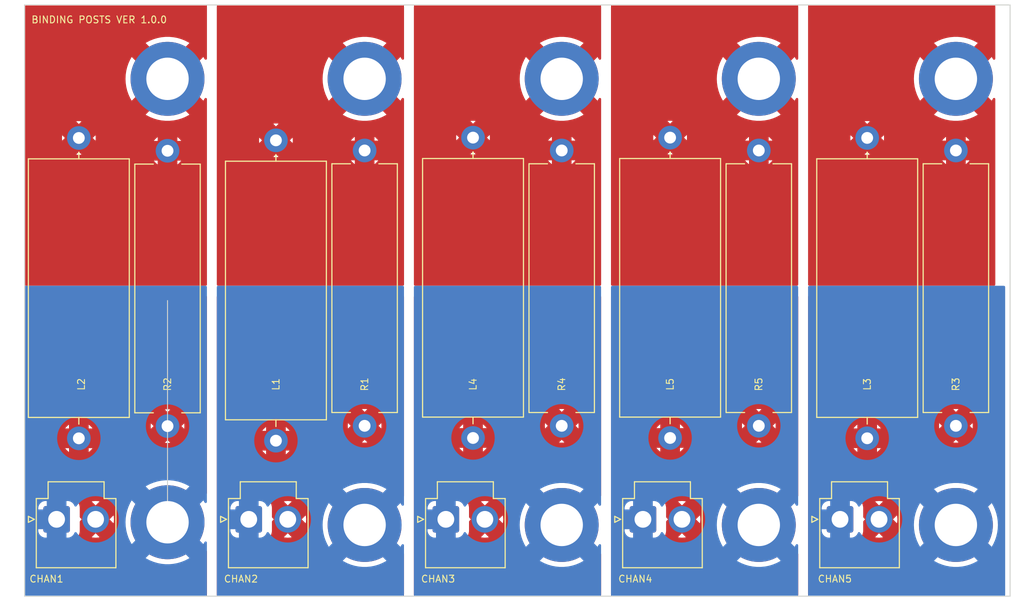
<source format=kicad_pcb>
(kicad_pcb (version 20221018) (generator pcbnew)
  (layers (0 "F.Cu" signal) (31 "B.Cu" signal) (34 "B.Paste" user) (35 "F.Paste" user) (36 "B.SilkS" user "B.Silkscreen") (37 "F.SilkS" user "F.Silkscreen") (38 "B.Mask" user) (39 "F.Mask" user) (44 "Edge.Cuts" user))
  (net 0 "")
  (net 1 "SIGNAL")
  (net 2 "PGND")
  (net 3 "SPEAKER")
  (net 4 "SPEAKER2")
  (net 5 "PGND2")
  (net 6 "SIGNAL2")
  (net 7 "SPEAKER3")
  (net 8 "PGND3")
  (net 9 "SIGNAL3")
  (net 10 "SPEAKER4")
  (net 11 "PGND4")
  (net 12 "SIGNAL4")
  (net 13 "SPEAKER5")
  (net 14 "PGND5")
  (net 15 "SIGNAL5")
  (footprint "Connector_JST:JST_VH_B2P-VH-B_1x02_P3.96mm_Vertical" (layer "F.Cu") (at 166.2425 92.7)
    (fp_text reference "J4" hide)
    (fp_text value "Conn_01x02_Male")
    (fp_line (start -2.86 -0.3) (end -2.26 0) (stroke (width 0.12)) (layer "F.SilkS"))
    (fp_line (start -2.86 0.3) (end -2.86 -0.3) (stroke (width 0.12)) (layer "F.SilkS"))
    (fp_line (start -2.26 0) (end -2.86 0.3) (stroke (width 0.12)) (layer "F.SilkS"))
    (fp_line (start -2.06 -2.11) (end -0.86 -2.11) (stroke (width 0.12)) (layer "F.SilkS"))
    (fp_line (start -2.06 4.91) (end -2.06 -2.11) (stroke (width 0.12)) (layer "F.SilkS"))
    (fp_line (start -0.86 -3.81) (end 4.82 -3.81) (stroke (width 0.12)) (layer "F.SilkS"))
    (fp_line (start -0.86 -2.11) (end -0.86 -3.81) (stroke (width 0.12)) (layer "F.SilkS"))
    (fp_line (start 4.82 -3.81) (end 4.82 -2.11) (stroke (width 0.12)) (layer "F.SilkS"))
    (fp_line (start 4.82 -2.11) (end 6.02 -2.11) (stroke (width 0.12)) (layer "F.SilkS"))
    (fp_line (start 6.02 -2.11) (end 6.02 4.91) (stroke (width 0.12)) (layer "F.SilkS"))
    (fp_line (start 6.02 4.91) (end -2.06 4.91) (stroke (width 0.12)) (layer "F.SilkS"))
    (pad "1" thru_hole roundrect (at 0 0) (size 2.7 2.7) (drill 1.7) (layers "*.Cu" "*.Mask") (roundrect_rratio 0.092593) (net 8 "PGND3"))
    (pad "2" thru_hole circle (at 3.96 0) (size 2.7 2.7) (drill 1.7) (layers "*.Cu" "*.Mask") (net 9 "SIGNAL3"))
  )
  (footprint "Inductor_THT:L_Axial_L26.0mm_D10.0mm_P30.48mm_Horizontal_Fastron_77A" (layer "F.Cu") (at 169 53.965 -90)
    (fp_text reference "L4" (at 25.035 0 90 unlocked) (layer "F.SilkS") (effects (font (size 0.7 0.7) (thickness 0.1))))
    (fp_text value "0.7u")
    (fp_line (start 1.44 0) (end 2.12 0) (stroke (width 0.12)) (layer "F.SilkS"))
    (fp_line (start 2.12 -5.12) (end 2.12 5.12) (stroke (width 0.12)) (layer "F.SilkS"))
    (fp_line (start 2.12 5.12) (end 28.36 5.12) (stroke (width 0.12)) (layer "F.SilkS"))
    (fp_line (start 28.36 -5.12) (end 2.12 -5.12) (stroke (width 0.12)) (layer "F.SilkS"))
    (fp_line (start 28.36 5.12) (end 28.36 -5.12) (stroke (width 0.12)) (layer "F.SilkS"))
    (fp_line (start 29.04 0) (end 28.36 0) (stroke (width 0.12)) (layer "F.SilkS"))
    (pad "1" thru_hole circle (at 0 0 270) (size 2.4 2.4) (drill 1.2) (layers "*.Cu" "*.Mask") (net 7 "SPEAKER3"))
    (pad "2" thru_hole oval (at 30.48 0 270) (size 2.4 2.4) (drill 1.2) (layers "*.Cu" "*.Mask") (net 9 "SIGNAL3"))
  )
  (footprint "MountingHole:MountingHole_4.3mm_M4_DIN965_Pad" (layer "F.Cu") (at 138 92.995)
    (fp_text reference "H4" hide)
    (fp_text value "MountingHole_Pad")
    (pad "1" thru_hole circle (at 0 0) (size 7.5 7.5) (drill 4.3) (layers "*.Cu" "*.Mask") (net 2 "PGND"))
  )
  (footprint "Inductor_THT:L_Axial_L26.0mm_D10.0mm_P30.48mm_Horizontal_Fastron_77A" (layer "F.Cu") (at 129 54 -90)
    (fp_text reference "L2" (at 25 -0.25 90 unlocked) (layer "F.SilkS") (effects (font (size 0.7 0.7) (thickness 0.1))))
    (fp_text value "0.7u")
    (fp_line (start 1.44 0) (end 2.12 0) (stroke (width 0.12)) (layer "F.SilkS"))
    (fp_line (start 2.12 -5.12) (end 2.12 5.12) (stroke (width 0.12)) (layer "F.SilkS"))
    (fp_line (start 2.12 5.12) (end 28.36 5.12) (stroke (width 0.12)) (layer "F.SilkS"))
    (fp_line (start 28.36 -5.12) (end 2.12 -5.12) (stroke (width 0.12)) (layer "F.SilkS"))
    (fp_line (start 28.36 5.12) (end 28.36 -5.12) (stroke (width 0.12)) (layer "F.SilkS"))
    (fp_line (start 29.04 0) (end 28.36 0) (stroke (width 0.12)) (layer "F.SilkS"))
    (pad "1" thru_hole circle (at 0 0 270) (size 2.4 2.4) (drill 1.2) (layers "*.Cu" "*.Mask") (net 3 "SPEAKER"))
    (pad "2" thru_hole oval (at 30.48 0 270) (size 2.4 2.4) (drill 1.2) (layers "*.Cu" "*.Mask") (net 1 "SIGNAL"))
  )
  (footprint "MountingHole:MountingHole_4.3mm_M4_DIN965_Pad" (layer "F.Cu") (at 218 93.27)
    (fp_text reference "H7" hide)
    (fp_text value "MountingHole_Pad")
    (pad "1" thru_hole circle (at 0 0) (size 7.5 7.5) (drill 4.3) (layers "*.Cu" "*.Mask") (net 14 "PGND5"))
  )
  (footprint "MountingHole:MountingHole_4.3mm_M4_DIN965_Pad" (layer "F.Cu") (at 218 48)
    (fp_text reference "H5" hide)
    (fp_text value "MountingHole_Pad")
    (pad "1" thru_hole circle (at 0 0) (size 7.5 7.5) (drill 4.3) (layers "*.Cu" "*.Mask") (net 13 "SPEAKER5"))
  )
  (footprint "MountingHole:MountingHole_4.3mm_M4_DIN965_Pad" (layer "F.Cu") (at 178 48)
    (fp_text reference "H6" hide)
    (fp_text value "MountingHole_Pad")
    (pad "1" thru_hole circle (at 0 0) (size 7.5 7.5) (drill 4.3) (layers "*.Cu" "*.Mask") (net 7 "SPEAKER3"))
  )
  (footprint "Resistor_THT:R_Axial_Power_L25.0mm_W6.4mm_P27.94mm" (layer "F.Cu") (at 198 83.21 90)
    (fp_text reference "R5" (at 4.21 0 90 unlocked) (layer "F.SilkS") (effects (font (size 0.7 0.7) (thickness 0.1))))
    (fp_text value "10R")
    (fp_line (start 1.35 -3.32) (end 26.59 -3.32) (stroke (width 0.12)) (layer "F.SilkS"))
    (fp_line (start 1.35 -1.44) (end 1.35 -3.32) (stroke (width 0.12)) (layer "F.SilkS"))
    (fp_line (start 1.35 1.44) (end 1.35 3.32) (stroke (width 0.12)) (layer "F.SilkS"))
    (fp_line (start 1.35 3.32) (end 26.59 3.32) (stroke (width 0.12)) (layer "F.SilkS"))
    (fp_line (start 26.59 -3.32) (end 26.59 -1.44) (stroke (width 0.12)) (layer "F.SilkS"))
    (fp_line (start 26.59 3.32) (end 26.59 1.44) (stroke (width 0.12)) (layer "F.SilkS"))
    (pad "1" thru_hole circle (at 0 0 90) (size 2.4 2.4) (drill 1.2) (layers "*.Cu" "*.Mask") (net 12 "SIGNAL4"))
    (pad "2" thru_hole oval (at 27.94 0 90) (size 2.4 2.4) (drill 1.2) (layers "*.Cu" "*.Mask") (net 10 "SPEAKER4"))
  )
  (footprint "MountingHole:MountingHole_4.3mm_M4_DIN965_Pad" (layer "F.Cu") (at 138 48)
    (fp_text reference "H2" hide)
    (fp_text value "MountingHole_Pad")
    (pad "1" thru_hole circle (at 0 0) (size 7.5 7.5) (drill 4.3) (layers "*.Cu" "*.Mask") (net 3 "SPEAKER"))
  )
  (footprint "Resistor_THT:R_Axial_Power_L25.0mm_W6.4mm_P27.94mm" (layer "F.Cu") (at 138 83.24 90)
    (fp_text reference "R2" (at 4.24 0 90 unlocked) (layer "F.SilkS") (effects (font (size 0.7 0.7) (thickness 0.1))))
    (fp_text value "10R")
    (fp_line (start 1.35 -3.32) (end 26.59 -3.32) (stroke (width 0.12)) (layer "F.SilkS"))
    (fp_line (start 1.35 -1.44) (end 1.35 -3.32) (stroke (width 0.12)) (layer "F.SilkS"))
    (fp_line (start 1.35 1.44) (end 1.35 3.32) (stroke (width 0.12)) (layer "F.SilkS"))
    (fp_line (start 1.35 3.32) (end 26.59 3.32) (stroke (width 0.12)) (layer "F.SilkS"))
    (fp_line (start 26.59 -3.32) (end 26.59 -1.44) (stroke (width 0.12)) (layer "F.SilkS"))
    (fp_line (start 26.59 3.32) (end 26.59 1.44) (stroke (width 0.12)) (layer "F.SilkS"))
    (pad "1" thru_hole circle (at 0 0 90) (size 2.4 2.4) (drill 1.2) (layers "*.Cu" "*.Mask") (net 1 "SIGNAL"))
    (pad "2" thru_hole oval (at 27.94 0 90) (size 2.4 2.4) (drill 1.2) (layers "*.Cu" "*.Mask") (net 3 "SPEAKER"))
  )
  (footprint "Resistor_THT:R_Axial_Power_L25.0mm_W6.4mm_P27.94mm" (layer "F.Cu") (at 218 83.21 90)
    (fp_text reference "R3" (at 4.21 0 90 unlocked) (layer "F.SilkS") (effects (font (size 0.7 0.7) (thickness 0.1))))
    (fp_text value "10R")
    (fp_line (start 1.35 -3.32) (end 26.59 -3.32) (stroke (width 0.12)) (layer "F.SilkS"))
    (fp_line (start 1.35 -1.44) (end 1.35 -3.32) (stroke (width 0.12)) (layer "F.SilkS"))
    (fp_line (start 1.35 1.44) (end 1.35 3.32) (stroke (width 0.12)) (layer "F.SilkS"))
    (fp_line (start 1.35 3.32) (end 26.59 3.32) (stroke (width 0.12)) (layer "F.SilkS"))
    (fp_line (start 26.59 -3.32) (end 26.59 -1.44) (stroke (width 0.12)) (layer "F.SilkS"))
    (fp_line (start 26.59 3.32) (end 26.59 1.44) (stroke (width 0.12)) (layer "F.SilkS"))
    (pad "1" thru_hole circle (at 0 0 90) (size 2.4 2.4) (drill 1.2) (layers "*.Cu" "*.Mask") (net 15 "SIGNAL5"))
    (pad "2" thru_hole oval (at 27.94 0 90) (size 2.4 2.4) (drill 1.2) (layers "*.Cu" "*.Mask") (net 13 "SPEAKER5"))
  )
  (footprint "Inductor_THT:L_Axial_L26.0mm_D10.0mm_P30.48mm_Horizontal_Fastron_77A" (layer "F.Cu") (at 149 54.24 -90)
    (fp_text reference "L1" (at 24.76 0 90 unlocked) (layer "F.SilkS") (effects (font (size 0.7 0.7) (thickness 0.1))))
    (fp_text value "0.7u")
    (fp_line (start 1.44 0) (end 2.12 0) (stroke (width 0.12)) (layer "F.SilkS"))
    (fp_line (start 2.12 -5.12) (end 2.12 5.12) (stroke (width 0.12)) (layer "F.SilkS"))
    (fp_line (start 2.12 5.12) (end 28.36 5.12) (stroke (width 0.12)) (layer "F.SilkS"))
    (fp_line (start 28.36 -5.12) (end 2.12 -5.12) (stroke (width 0.12)) (layer "F.SilkS"))
    (fp_line (start 28.36 5.12) (end 28.36 -5.12) (stroke (width 0.12)) (layer "F.SilkS"))
    (fp_line (start 29.04 0) (end 28.36 0) (stroke (width 0.12)) (layer "F.SilkS"))
    (pad "1" thru_hole circle (at 0 0 270) (size 2.4 2.4) (drill 1.2) (layers "*.Cu" "*.Mask") (net 4 "SPEAKER2"))
    (pad "2" thru_hole oval (at 30.48 0 270) (size 2.4 2.4) (drill 1.2) (layers "*.Cu" "*.Mask") (net 6 "SIGNAL2"))
  )
  (footprint "Connector_JST:JST_VH_B2P-VH-B_1x02_P3.96mm_Vertical" (layer "F.Cu") (at 146.2425 92.7)
    (fp_text reference "J1" hide)
    (fp_text value "Conn_01x02_Male")
    (fp_line (start -2.86 -0.3) (end -2.26 0) (stroke (width 0.12)) (layer "F.SilkS"))
    (fp_line (start -2.86 0.3) (end -2.86 -0.3) (stroke (width 0.12)) (layer "F.SilkS"))
    (fp_line (start -2.26 0) (end -2.86 0.3) (stroke (width 0.12)) (layer "F.SilkS"))
    (fp_line (start -2.06 -2.11) (end -0.86 -2.11) (stroke (width 0.12)) (layer "F.SilkS"))
    (fp_line (start -2.06 4.91) (end -2.06 -2.11) (stroke (width 0.12)) (layer "F.SilkS"))
    (fp_line (start -0.86 -3.81) (end 4.82 -3.81) (stroke (width 0.12)) (layer "F.SilkS"))
    (fp_line (start -0.86 -2.11) (end -0.86 -3.81) (stroke (width 0.12)) (layer "F.SilkS"))
    (fp_line (start 4.82 -3.81) (end 4.82 -2.11) (stroke (width 0.12)) (layer "F.SilkS"))
    (fp_line (start 4.82 -2.11) (end 6.02 -2.11) (stroke (width 0.12)) (layer "F.SilkS"))
    (fp_line (start 6.02 -2.11) (end 6.02 4.91) (stroke (width 0.12)) (layer "F.SilkS"))
    (fp_line (start 6.02 4.91) (end -2.06 4.91) (stroke (width 0.12)) (layer "F.SilkS"))
    (pad "1" thru_hole roundrect (at 0 0) (size 2.7 2.7) (drill 1.7) (layers "*.Cu" "*.Mask") (roundrect_rratio 0.092593) (net 5 "PGND2"))
    (pad "2" thru_hole circle (at 3.96 0) (size 2.7 2.7) (drill 1.7) (layers "*.Cu" "*.Mask") (net 6 "SIGNAL2"))
  )
  (footprint "MountingHole:MountingHole_4.3mm_M4_DIN965_Pad" (layer "F.Cu") (at 198 48)
    (fp_text reference "H9" hide)
    (fp_text value "MountingHole_Pad")
    (pad "1" thru_hole circle (at 0 0) (size 7.5 7.5) (drill 4.3) (layers "*.Cu" "*.Mask") (net 10 "SPEAKER4"))
  )
  (footprint "Resistor_THT:R_Axial_Power_L25.0mm_W6.4mm_P27.94mm" (layer "F.Cu") (at 178 83.21 90)
    (fp_text reference "R4" (at 4.21 0 90 unlocked) (layer "F.SilkS") (effects (font (size 0.7 0.7) (thickness 0.1))))
    (fp_text value "10R")
    (fp_line (start 1.35 -3.32) (end 26.59 -3.32) (stroke (width 0.12)) (layer "F.SilkS"))
    (fp_line (start 1.35 -1.44) (end 1.35 -3.32) (stroke (width 0.12)) (layer "F.SilkS"))
    (fp_line (start 1.35 1.44) (end 1.35 3.32) (stroke (width 0.12)) (layer "F.SilkS"))
    (fp_line (start 1.35 3.32) (end 26.59 3.32) (stroke (width 0.12)) (layer "F.SilkS"))
    (fp_line (start 26.59 -3.32) (end 26.59 -1.44) (stroke (width 0.12)) (layer "F.SilkS"))
    (fp_line (start 26.59 3.32) (end 26.59 1.44) (stroke (width 0.12)) (layer "F.SilkS"))
    (pad "1" thru_hole circle (at 0 0 90) (size 2.4 2.4) (drill 1.2) (layers "*.Cu" "*.Mask") (net 9 "SIGNAL3"))
    (pad "2" thru_hole oval (at 27.94 0 90) (size 2.4 2.4) (drill 1.2) (layers "*.Cu" "*.Mask") (net 7 "SPEAKER3"))
  )
  (footprint "MountingHole:MountingHole_4.3mm_M4_DIN965_Pad" (layer "F.Cu") (at 158 48)
    (fp_text reference "H1" hide)
    (fp_text value "MountingHole_Pad")
    (pad "1" thru_hole circle (at 0 0) (size 7.5 7.5) (drill 4.3) (layers "*.Cu" "*.Mask") (net 4 "SPEAKER2"))
  )
  (footprint "Resistor_THT:R_Axial_Power_L25.0mm_W6.4mm_P27.94mm" (layer "F.Cu") (at 158 83.21 90)
    (fp_text reference "R1" (at 4.21 0 90 unlocked) (layer "F.SilkS") (effects (font (size 0.7 0.7) (thickness 0.1))))
    (fp_text value "10R")
    (fp_line (start 1.35 -3.32) (end 26.59 -3.32) (stroke (width 0.12)) (layer "F.SilkS"))
    (fp_line (start 1.35 -1.44) (end 1.35 -3.32) (stroke (width 0.12)) (layer "F.SilkS"))
    (fp_line (start 1.35 1.44) (end 1.35 3.32) (stroke (width 0.12)) (layer "F.SilkS"))
    (fp_line (start 1.35 3.32) (end 26.59 3.32) (stroke (width 0.12)) (layer "F.SilkS"))
    (fp_line (start 26.59 -3.32) (end 26.59 -1.44) (stroke (width 0.12)) (layer "F.SilkS"))
    (fp_line (start 26.59 3.32) (end 26.59 1.44) (stroke (width 0.12)) (layer "F.SilkS"))
    (pad "1" thru_hole circle (at 0 0 90) (size 2.4 2.4) (drill 1.2) (layers "*.Cu" "*.Mask") (net 6 "SIGNAL2"))
    (pad "2" thru_hole oval (at 27.94 0 90) (size 2.4 2.4) (drill 1.2) (layers "*.Cu" "*.Mask") (net 4 "SPEAKER2"))
  )
  (footprint "Inductor_THT:L_Axial_L26.0mm_D10.0mm_P30.48mm_Horizontal_Fastron_77A" (layer "F.Cu") (at 189 53.965 -90)
    (fp_text reference "L5" (at 25.035 0 90 unlocked) (layer "F.SilkS") (effects (font (size 0.7 0.7) (thickness 0.1))))
    (fp_text value "0.7u")
    (fp_line (start 1.44 0) (end 2.12 0) (stroke (width 0.12)) (layer "F.SilkS"))
    (fp_line (start 2.12 -5.12) (end 2.12 5.12) (stroke (width 0.12)) (layer "F.SilkS"))
    (fp_line (start 2.12 5.12) (end 28.36 5.12) (stroke (width 0.12)) (layer "F.SilkS"))
    (fp_line (start 28.36 -5.12) (end 2.12 -5.12) (stroke (width 0.12)) (layer "F.SilkS"))
    (fp_line (start 28.36 5.12) (end 28.36 -5.12) (stroke (width 0.12)) (layer "F.SilkS"))
    (fp_line (start 29.04 0) (end 28.36 0) (stroke (width 0.12)) (layer "F.SilkS"))
    (pad "1" thru_hole circle (at 0 0 270) (size 2.4 2.4) (drill 1.2) (layers "*.Cu" "*.Mask") (net 10 "SPEAKER4"))
    (pad "2" thru_hole oval (at 30.48 0 270) (size 2.4 2.4) (drill 1.2) (layers "*.Cu" "*.Mask") (net 12 "SIGNAL4"))
  )
  (footprint "Inductor_THT:L_Axial_L26.0mm_D10.0mm_P30.48mm_Horizontal_Fastron_77A" (layer "F.Cu") (at 209 53.995 -90)
    (fp_text reference "L3" (at 25.005 0 90 unlocked) (layer "F.SilkS") (effects (font (size 0.7 0.7) (thickness 0.1))))
    (fp_text value "0.7u")
    (fp_line (start 1.44 0) (end 2.12 0) (stroke (width 0.12)) (layer "F.SilkS"))
    (fp_line (start 2.12 -5.12) (end 2.12 5.12) (stroke (width 0.12)) (layer "F.SilkS"))
    (fp_line (start 2.12 5.12) (end 28.36 5.12) (stroke (width 0.12)) (layer "F.SilkS"))
    (fp_line (start 28.36 -5.12) (end 2.12 -5.12) (stroke (width 0.12)) (layer "F.SilkS"))
    (fp_line (start 28.36 5.12) (end 28.36 -5.12) (stroke (width 0.12)) (layer "F.SilkS"))
    (fp_line (start 29.04 0) (end 28.36 0) (stroke (width 0.12)) (layer "F.SilkS"))
    (pad "1" thru_hole circle (at 0 0 270) (size 2.4 2.4) (drill 1.2) (layers "*.Cu" "*.Mask") (net 13 "SPEAKER5"))
    (pad "2" thru_hole oval (at 30.48 0 270) (size 2.4 2.4) (drill 1.2) (layers "*.Cu" "*.Mask") (net 15 "SIGNAL5"))
  )
  (footprint "Connector_JST:JST_VH_B2P-VH-B_1x02_P3.96mm_Vertical" (layer "F.Cu") (at 186.2425 92.7)
    (fp_text reference "J5" hide)
    (fp_text value "Conn_01x02_Male")
    (fp_line (start -2.86 -0.3) (end -2.26 0) (stroke (width 0.12)) (layer "F.SilkS"))
    (fp_line (start -2.86 0.3) (end -2.86 -0.3) (stroke (width 0.12)) (layer "F.SilkS"))
    (fp_line (start -2.26 0) (end -2.86 0.3) (stroke (width 0.12)) (layer "F.SilkS"))
    (fp_line (start -2.06 -2.11) (end -0.86 -2.11) (stroke (width 0.12)) (layer "F.SilkS"))
    (fp_line (start -2.06 4.91) (end -2.06 -2.11) (stroke (width 0.12)) (layer "F.SilkS"))
    (fp_line (start -0.86 -3.81) (end 4.82 -3.81) (stroke (width 0.12)) (layer "F.SilkS"))
    (fp_line (start -0.86 -2.11) (end -0.86 -3.81) (stroke (width 0.12)) (layer "F.SilkS"))
    (fp_line (start 4.82 -3.81) (end 4.82 -2.11) (stroke (width 0.12)) (layer "F.SilkS"))
    (fp_line (start 4.82 -2.11) (end 6.02 -2.11) (stroke (width 0.12)) (layer "F.SilkS"))
    (fp_line (start 6.02 -2.11) (end 6.02 4.91) (stroke (width 0.12)) (layer "F.SilkS"))
    (fp_line (start 6.02 4.91) (end -2.06 4.91) (stroke (width 0.12)) (layer "F.SilkS"))
    (pad "1" thru_hole roundrect (at 0 0) (size 2.7 2.7) (drill 1.7) (layers "*.Cu" "*.Mask") (roundrect_rratio 0.092593) (net 11 "PGND4"))
    (pad "2" thru_hole circle (at 3.96 0) (size 2.7 2.7) (drill 1.7) (layers "*.Cu" "*.Mask") (net 12 "SIGNAL4"))
  )
  (footprint "Connector_JST:JST_VH_B2P-VH-B_1x02_P3.96mm_Vertical" (layer "F.Cu") (at 206.2425 92.7)
    (fp_text reference "J3" hide)
    (fp_text value "Conn_01x02_Male")
    (fp_line (start -2.86 -0.3) (end -2.26 0) (stroke (width 0.12)) (layer "F.SilkS"))
    (fp_line (start -2.86 0.3) (end -2.86 -0.3) (stroke (width 0.12)) (layer "F.SilkS"))
    (fp_line (start -2.26 0) (end -2.86 0.3) (stroke (width 0.12)) (layer "F.SilkS"))
    (fp_line (start -2.06 -2.11) (end -0.86 -2.11) (stroke (width 0.12)) (layer "F.SilkS"))
    (fp_line (start -2.06 4.91) (end -2.06 -2.11) (stroke (width 0.12)) (layer "F.SilkS"))
    (fp_line (start -0.86 -3.81) (end 4.82 -3.81) (stroke (width 0.12)) (layer "F.SilkS"))
    (fp_line (start -0.86 -2.11) (end -0.86 -3.81) (stroke (width 0.12)) (layer "F.SilkS"))
    (fp_line (start 4.82 -3.81) (end 4.82 -2.11) (stroke (width 0.12)) (layer "F.SilkS"))
    (fp_line (start 4.82 -2.11) (end 6.02 -2.11) (stroke (width 0.12)) (layer "F.SilkS"))
    (fp_line (start 6.02 -2.11) (end 6.02 4.91) (stroke (width 0.12)) (layer "F.SilkS"))
    (fp_line (start 6.02 4.91) (end -2.06 4.91) (stroke (width 0.12)) (layer "F.SilkS"))
    (pad "1" thru_hole roundrect (at 0 0) (size 2.7 2.7) (drill 1.7) (layers "*.Cu" "*.Mask") (roundrect_rratio 0.092593) (net 14 "PGND5"))
    (pad "2" thru_hole circle (at 3.96 0) (size 2.7 2.7) (drill 1.7) (layers "*.Cu" "*.Mask") (net 15 "SIGNAL5"))
  )
  (footprint "Connector_JST:JST_VH_B2P-VH-B_1x02_P3.96mm_Vertical" (layer "F.Cu") (at 126.7425 92.7)
    (fp_text reference "J2" hide)
    (fp_text value "Conn_01x02_Male")
    (fp_line (start -2.86 -0.3) (end -2.26 0) (stroke (width 0.12)) (layer "F.SilkS"))
    (fp_line (start -2.86 0.3) (end -2.86 -0.3) (stroke (width 0.12)) (layer "F.SilkS"))
    (fp_line (start -2.26 0) (end -2.86 0.3) (stroke (width 0.12)) (layer "F.SilkS"))
    (fp_line (start -2.06 -2.11) (end -0.86 -2.11) (stroke (width 0.12)) (layer "F.SilkS"))
    (fp_line (start -2.06 4.91) (end -2.06 -2.11) (stroke (width 0.12)) (layer "F.SilkS"))
    (fp_line (start -0.86 -3.81) (end 4.82 -3.81) (stroke (width 0.12)) (layer "F.SilkS"))
    (fp_line (start -0.86 -2.11) (end -0.86 -3.81) (stroke (width 0.12)) (layer "F.SilkS"))
    (fp_line (start 4.82 -3.81) (end 4.82 -2.11) (stroke (width 0.12)) (layer "F.SilkS"))
    (fp_line (start 4.82 -2.11) (end 6.02 -2.11) (stroke (width 0.12)) (layer "F.SilkS"))
    (fp_line (start 6.02 -2.11) (end 6.02 4.91) (stroke (width 0.12)) (layer "F.SilkS"))
    (fp_line (start 6.02 4.91) (end -2.06 4.91) (stroke (width 0.12)) (layer "F.SilkS"))
    (pad "1" thru_hole roundrect (at 0 0) (size 2.7 2.7) (drill 1.7) (layers "*.Cu" "*.Mask") (roundrect_rratio 0.092593) (net 2 "PGND"))
    (pad "2" thru_hole circle (at 3.96 0) (size 2.7 2.7) (drill 1.7) (layers "*.Cu" "*.Mask") (net 1 "SIGNAL"))
  )
  (footprint "MountingHole:MountingHole_4.3mm_M4_DIN965_Pad" (layer "F.Cu") (at 158 93.27)
    (fp_text reference "H3" hide)
    (fp_text value "MountingHole_Pad")
    (pad "1" thru_hole circle (at 0 0) (size 7.5 7.5) (drill 4.3) (layers "*.Cu" "*.Mask") (net 5 "PGND2"))
  )
  (footprint "MountingHole:MountingHole_4.3mm_M4_DIN965_Pad" (layer "F.Cu") (at 178 93.27)
    (fp_text reference "H8" hide)
    (fp_text value "MountingHole_Pad")
    (pad "1" thru_hole circle (at 0 0) (size 7.5 7.5) (drill 4.3) (layers "*.Cu" "*.Mask") (net 8 "PGND3"))
  )
  (footprint "MountingHole:MountingHole_4.3mm_M4_DIN965_Pad" (layer "F.Cu") (at 198 93.27)
    (fp_text reference "H10" hide)
    (fp_text value "MountingHole_Pad")
    (pad "1" thru_hole circle (at 0 0) (size 7.5 7.5) (drill 4.3) (layers "*.Cu" "*.Mask") (net 11 "PGND4"))
  )
  (gr_line (start 123.5 40.5) (end 123.5 100.5) (stroke (width 0.1)) (layer "Edge.Cuts"))
  (gr_line (start 223.5 100.5) (end 223.5 40.5) (stroke (width 0.1)) (layer "Edge.Cuts"))
  (gr_line (start 223.5 40.5) (end 123.5 40.5) (stroke (width 0.1)) (layer "Edge.Cuts"))
  (gr_line (start 138 93) (end 138 70.5) (stroke (width 0.1)) (layer "Edge.Cuts"))
  (gr_line (start 123.5 100.5) (end 223.5 100.5) (stroke (width 0.1)) (layer "Edge.Cuts"))
  (gr_text "CHAN3" (at 167.2375 98.75) (layer "F.SilkS") (effects (font (size 0.7 0.7) (thickness 0.1)) (justify right)))
  (gr_text "CHAN5" (at 207.5 98.75) (layer "F.SilkS") (effects (font (size 0.7 0.7) (thickness 0.1)) (justify right)))
  (gr_text "CHAN4" (at 187.25 98.75) (layer "F.SilkS") (effects (font (size 0.7 0.7) (thickness 0.1)) (justify right)))
  (gr_text "CHAN2" (at 147.2375 98.75) (layer "F.SilkS") (effects (font (size 0.7 0.7) (thickness 0.1)) (justify right)))
  (gr_text "CHAN1" (at 127.5 98.75) (layer "F.SilkS") (effects (font (size 0.7 0.7) (thickness 0.1)) (justify right)))
  (gr_text "BINDING POSTS VER 1.0.0" (at 138 42) (layer "F.SilkS") (effects (font (size 0.7 0.7) (thickness 0.1)) (justify right)))
  (zone (net 3) (net_name "SPEAKER") (layer "F.Cu") (connect_pads (clearance 1)) (min_thickness 0.254) (fill yes (thermal_gap 0.508) (thermal_bridge_width 2))
    (polygon (pts (xy 142 69) (xy 123 69) (xy 123 40) (xy 142 40)))
  )
  (zone (net 7) (net_name "SPEAKER3") (layer "F.Cu") (connect_pads (clearance 1)) (min_thickness 0.254) (fill yes (thermal_gap 0.508) (thermal_bridge_width 2))
    (polygon (pts (xy 182 69) (xy 163 69) (xy 163 40) (xy 182 40)))
  )
  (zone (net 1) (net_name "SIGNAL") (layer "F.Cu") (connect_pads (clearance 1)) (min_thickness 0.254) (fill yes (thermal_gap 0.508) (thermal_bridge_width 2))
    (polygon (pts (xy 142 101) (xy 123 101) (xy 123 70) (xy 142 70)))
  )
  (zone (net 6) (net_name "SIGNAL2") (layer "F.Cu") (connect_pads (clearance 1)) (min_thickness 0.254) (fill yes (thermal_gap 0.508) (thermal_bridge_width 2))
    (polygon (pts (xy 162 101) (xy 143 101) (xy 143 70) (xy 162 70)))
  )
  (zone (net 9) (net_name "SIGNAL3") (layer "F.Cu") (connect_pads (clearance 1)) (min_thickness 0.254) (fill yes (thermal_gap 0.508) (thermal_bridge_width 2))
    (polygon (pts (xy 182 101) (xy 163 101) (xy 163 70) (xy 182 70)))
  )
  (zone (net 13) (net_name "SPEAKER5") (layer "F.Cu") (connect_pads (clearance 1)) (min_thickness 0.254) (fill yes (thermal_gap 0.508) (thermal_bridge_width 2))
    (polygon (pts (xy 222 69) (xy 203 69) (xy 203 40) (xy 222 40)))
  )
  (zone (net 12) (net_name "SIGNAL4") (layer "F.Cu") (connect_pads (clearance 1)) (min_thickness 0.254) (fill yes (thermal_gap 0.508) (thermal_bridge_width 2))
    (polygon (pts (xy 202 101) (xy 183 101) (xy 183 70) (xy 202 70)))
  )
  (zone (net 4) (net_name "SPEAKER2") (layer "F.Cu") (connect_pads (clearance 1)) (min_thickness 0.254) (fill yes (thermal_gap 0.508) (thermal_bridge_width 2))
    (polygon (pts (xy 162 69) (xy 143 69) (xy 143 40) (xy 162 40)))
  )
  (zone (net 10) (net_name "SPEAKER4") (layer "F.Cu") (connect_pads (clearance 1)) (min_thickness 0.254) (fill yes (thermal_gap 0.508) (thermal_bridge_width 2))
    (polygon (pts (xy 202 69) (xy 183 69) (xy 183 40) (xy 202 40)))
  )
  (zone (net 15) (net_name "SIGNAL5") (layer "F.Cu") (connect_pads (clearance 1)) (min_thickness 0.254) (fill yes (thermal_gap 0.508) (thermal_bridge_width 2))
    (polygon (pts (xy 222 101) (xy 203 101) (xy 203 70) (xy 222 70)))
  )
  (zone (net 11) (net_name "PGND4") (layer "B.Cu") (priority 4) (connect_pads (clearance 1)) (min_thickness 0.254) (fill yes (thermal_gap 0.508) (thermal_bridge_width 2))
    (polygon (pts (xy 203 101) (xy 183 101) (xy 183 69) (xy 203 69)))
  )
  (zone (net 2) (net_name "PGND") (layer "B.Cu") (connect_pads (clearance 1)) (min_thickness 0.254) (fill yes (thermal_gap 0.508) (thermal_bridge_width 2))
    (polygon (pts (xy 143 101) (xy 123 101) (xy 123 69) (xy 143 69)))
  )
  (zone (net 14) (net_name "PGND5") (layer "B.Cu") (priority 5) (connect_pads (clearance 1)) (min_thickness 0.254) (fill yes (thermal_gap 0.508) (thermal_bridge_width 2))
    (polygon (pts (xy 223 101) (xy 203 101) (xy 203 69) (xy 223 69)))
  )
  (zone (net 5) (net_name "PGND2") (layer "B.Cu") (priority 1) (connect_pads (clearance 1)) (min_thickness 0.254) (fill yes (thermal_gap 0.508) (thermal_bridge_width 2))
    (polygon (pts (xy 163 101) (xy 143 101) (xy 143 69) (xy 163 69)))
  )
  (zone (net 8) (net_name "PGND3") (layer "B.Cu") (priority 3) (connect_pads (clearance 1)) (min_thickness 0.254) (fill yes (thermal_gap 0.508) (thermal_bridge_width 2))
    (polygon (pts (xy 183 101) (xy 163 101) (xy 163 69) (xy 183 69)))
  )
)
</source>
